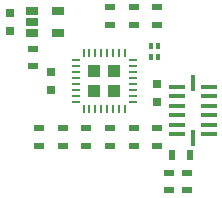
<source format=gbr>
G04 #@! TF.FileFunction,Paste,Top*
%FSLAX46Y46*%
G04 Gerber Fmt 4.6, Leading zero omitted, Abs format (unit mm)*
G04 Created by KiCad (PCBNEW 4.0.6) date 06/18/20 12:05:57*
%MOMM*%
%LPD*%
G01*
G04 APERTURE LIST*
%ADD10C,0.100000*%
%ADD11R,1.060000X0.650000*%
%ADD12R,0.900000X0.500000*%
%ADD13R,0.500000X0.900000*%
%ADD14R,0.700000X0.250000*%
%ADD15R,0.250000X0.700000*%
%ADD16R,1.035000X1.035000*%
%ADD17R,0.400000X0.600000*%
%ADD18R,0.750000X0.800000*%
%ADD19R,0.450000X1.350000*%
%ADD20R,1.350000X0.450000*%
G04 APERTURE END LIST*
D10*
D11*
X141400000Y-95050000D03*
X141400000Y-96000000D03*
X141400000Y-96950000D03*
X143600000Y-96950000D03*
X143600000Y-95050000D03*
D12*
X142000000Y-105000000D03*
X142000000Y-106500000D03*
X146000000Y-105000000D03*
X146000000Y-106500000D03*
X144000000Y-105000000D03*
X144000000Y-106500000D03*
X148000000Y-105000000D03*
X148000000Y-106500000D03*
X153000000Y-108750000D03*
X153000000Y-110250000D03*
X154500000Y-110250000D03*
X154500000Y-108750000D03*
X152000000Y-105000000D03*
X152000000Y-106500000D03*
X150000000Y-105000000D03*
X150000000Y-106500000D03*
X148000000Y-96250000D03*
X148000000Y-94750000D03*
X150000000Y-96250000D03*
X150000000Y-94750000D03*
D13*
X154750000Y-107250000D03*
X153250000Y-107250000D03*
D12*
X141500000Y-99750000D03*
X141500000Y-98250000D03*
D14*
X145100000Y-99250000D03*
X145100000Y-99750000D03*
X145100000Y-100250000D03*
X145100000Y-100750000D03*
X145100000Y-101250000D03*
X145100000Y-101750000D03*
X145100000Y-102250000D03*
X145100000Y-102750000D03*
D15*
X145750000Y-103400000D03*
X146250000Y-103400000D03*
X146750000Y-103400000D03*
X147250000Y-103400000D03*
X147750000Y-103400000D03*
X148250000Y-103400000D03*
X148750000Y-103400000D03*
X149250000Y-103400000D03*
D14*
X149900000Y-102750000D03*
X149900000Y-102250000D03*
X149900000Y-101750000D03*
X149900000Y-101250000D03*
X149900000Y-100750000D03*
X149900000Y-100250000D03*
X149900000Y-99750000D03*
X149900000Y-99250000D03*
D15*
X149250000Y-98600000D03*
X148750000Y-98600000D03*
X148250000Y-98600000D03*
X147750000Y-98600000D03*
X147250000Y-98600000D03*
X146750000Y-98600000D03*
X146250000Y-98600000D03*
X145750000Y-98600000D03*
D16*
X148362500Y-101862500D03*
X148362500Y-100137500D03*
X146637500Y-101862500D03*
X146637500Y-100137500D03*
D17*
X151450000Y-98000000D03*
X152050000Y-98000000D03*
X151450000Y-99000000D03*
X152050000Y-99000000D03*
D12*
X152000000Y-94750000D03*
X152000000Y-96250000D03*
D18*
X139500000Y-96750000D03*
X139500000Y-95250000D03*
X152000000Y-102750000D03*
X152000000Y-101250000D03*
X143000000Y-101750000D03*
X143000000Y-100250000D03*
D19*
X155000000Y-101150000D03*
D20*
X156350000Y-101500000D03*
X156350000Y-102300000D03*
X156350000Y-103100000D03*
X156350000Y-103900000D03*
X156350000Y-104700000D03*
X156350000Y-105500000D03*
D19*
X155000000Y-105850000D03*
D20*
X153650000Y-105500000D03*
X153650000Y-104700000D03*
X153650000Y-103900000D03*
X153650000Y-103100000D03*
X153650000Y-102300000D03*
X153650000Y-101500000D03*
M02*

</source>
